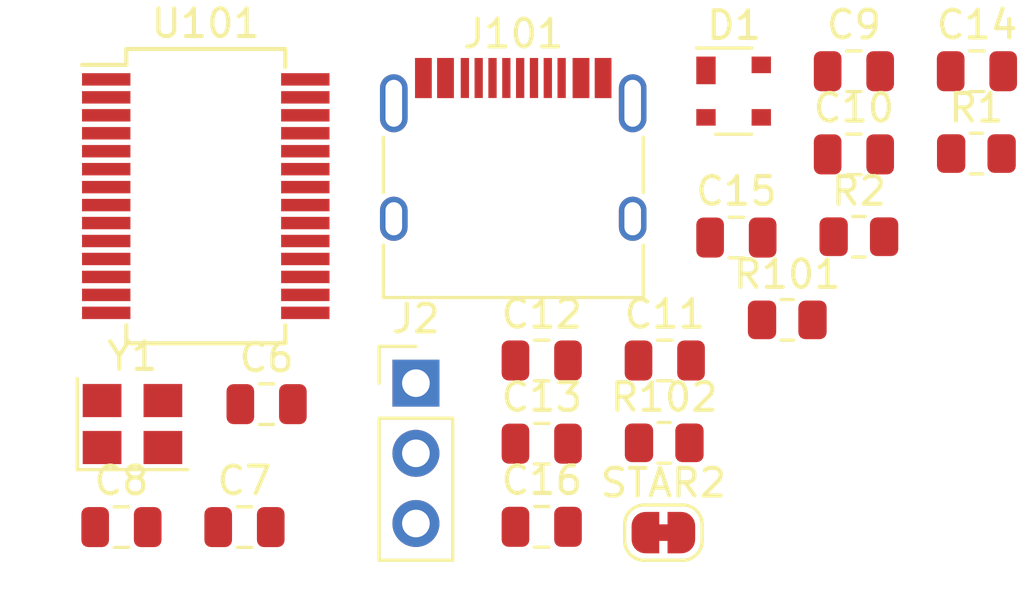
<source format=kicad_pcb>
(kicad_pcb (version 20211014) (generator pcbnew)
  (layers (0 "F.Cu" signal) (31 "B.Cu" signal) (34 "B.Paste" user) (35 "F.Paste" user) (36 "B.SilkS" user "B.Silkscreen") (37 "F.SilkS" user "F.Silkscreen") (38 "B.Mask" user) (39 "F.Mask" user) (44 "Edge.Cuts" user))
  (net 0 "")
  (net 1 "Net-(C6-Pad1)")
  (net 2 "AGNDP")
  (net 3 "VCCCI")
  (net 4 "VCOM")
  (net 5 "Net-(C9-Pad1)")
  (net 6 "Net-(C10-Pad1)")
  (net 7 "Net-(C11-Pad1)")
  (net 8 "Net-(C12-Pad1)")
  (net 9 "VOUTL")
  (net 10 "/R-USB-In")
  (net 11 "VOUTR")
  (net 12 "/L-USB-In")
  (net 13 "Net-(C15-Pad1)")
  (net 14 "Net-(C16-Pad1)")
  (net 15 "USB D-")
  (net 16 "USB D+")
  (net 17 "VBUS")
  (net 18 "AGNDC")
  (net 19 "Net-(J101-PadA5)")
  (net 21 "Net-(J101-PadB5)")
  (footprint "Capacitor_SMD:C_0805_2012Metric" (layer "F.Cu") (at 56.04 30.35)
    (fp_text reference "C9" (at 0 -1.68) (layer "F.SilkS"))
    (fp_text value "1µF")
    (fp_line (start -0.261252 -0.735) (end 0.261252 -0.735) (layer "F.SilkS") (width 0.12))
    (fp_line (start -0.261252 0.735) (end 0.261252 0.735) (layer "F.SilkS") (width 0.12))
    (pad "1" smd roundrect (at -0.95 0) (size 1 1.45) (layers "F.Cu" "F.Paste" "F.Mask") (net 5 "Net-(C9-Pad1)"))
    (pad "2" smd roundrect (at 0.95 0) (size 1 1.45) (layers "F.Cu" "F.Paste" "F.Mask") (net 2 "AGNDP"))
  )
  (footprint "Capacitor_SMD:C_0805_2012Metric" (layer "F.Cu") (at 34 46.85)
    (fp_text reference "C7" (at 0 -1.68) (layer "F.SilkS"))
    (fp_text value "10µF")
    (fp_line (start -0.261252 -0.735) (end 0.261252 -0.735) (layer "F.SilkS") (width 0.12))
    (fp_line (start -0.261252 0.735) (end 0.261252 0.735) (layer "F.SilkS") (width 0.12))
    (pad "1" smd roundrect (at -0.95 0) (size 1 1.45) (layers "F.Cu" "F.Paste" "F.Mask") (net 3 "VCCCI"))
    (pad "2" smd roundrect (at 0.95 0) (size 1 1.45) (layers "F.Cu" "F.Paste" "F.Mask") (net 2 "AGNDP"))
  )
  (footprint "Capacitor_SMD:C_0805_2012Metric" (layer "F.Cu") (at 44.75 40.82)
    (fp_text reference "C12" (at 0 -1.68) (layer "F.SilkS"))
    (fp_text value "1µF")
    (fp_line (start -0.261252 -0.735) (end 0.261252 -0.735) (layer "F.SilkS") (width 0.12))
    (fp_line (start -0.261252 0.735) (end 0.261252 0.735) (layer "F.SilkS") (width 0.12))
    (pad "1" smd roundrect (at -0.95 0) (size 1 1.45) (layers "F.Cu" "F.Paste" "F.Mask") (net 8 "Net-(C12-Pad1)"))
    (pad "2" smd roundrect (at 0.95 0) (size 1 1.45) (layers "F.Cu" "F.Paste" "F.Mask") (net 2 "AGNDP"))
  )
  (footprint "Jumper:SolderJumper-2_P1.3mm_Bridged_RoundedPad1.0x1.5mm" (layer "F.Cu") (at 49.15 47.05)
    (fp_text reference "STAR2" (at 0 -1.8) (layer "F.SilkS"))
    (fp_text value "SolderJumper_2_Bridged")
    (fp_poly (pts (xy 0.25 -0.3) (xy -0.25 -0.3) (xy -0.25 0.3) (xy 0.25 0.3)) (layer "F.Cu") (width 0) (fill solid))
    (fp_line (start -0.7 -1) (end 0.7 -1) (layer "F.SilkS") (width 0.12))
    (fp_line (start 1.4 -0.3) (end 1.4 0.3) (layer "F.SilkS") (width 0.12))
    (fp_line (start -1.4 0.3) (end -1.4 -0.3) (layer "F.SilkS") (width 0.12))
    (fp_line (start 0.7 1) (end -0.7 1) (layer "F.SilkS") (width 0.12))
    (fp_arc (start -1.4 -0.3) (mid -1.194975 -0.794975) (end -0.7 -1) (layer "F.SilkS") (width 0.12))
    (fp_arc (start 1.4 0.3) (mid 1.194975 0.794975) (end 0.7 1) (layer "F.SilkS") (width 0.12))
    (fp_arc (start -0.7 1) (mid -1.194975 0.794975) (end -1.4 0.3) (layer "F.SilkS") (width 0.12))
    (fp_arc (start 0.7 -1) (mid 1.194975 -0.794975) (end 1.4 -0.3) (layer "F.SilkS") (width 0.12))
    (pad "1" smd custom (at -0.65 0) (size 1 0.5) (layers "F.Cu" "F.Mask") (net 2 "AGNDP") (options (clearance outline) (anchor rect)) (primitives (gr_circle (center 0 0.25) (end 0.5 0.25) (width 0) (fill yes)) (gr_circle (center 0 -0.25) (end 0.5 -0.25) (width 0) (fill yes)) (gr_poly (pts (xy 0.5 0.75) (xy 0 0.75) (xy 0 -0.75) (xy 0.5 -0.75)) (width 0) (fill yes))))
    (pad "2" smd custom (at 0.65 0) (size 1 0.5) (layers "F.Cu" "F.Mask") (net 18 "AGNDC") (options (clearance outline) (anchor rect)) (primitives (gr_circle (center 0 0.25) (end 0.5 0.25) (width 0) (fill yes)) (gr_circle (center 0 -0.25) (end 0.5 -0.25) (width 0) (fill yes)) (gr_poly (pts (xy 0 0.75) (xy -0.5 0.75) (xy -0.5 -0.75) (xy 0 -0.75)) (width 0) (fill yes))))
  )
  (footprint "Capacitor_SMD:C_0805_2012Metric" (layer "F.Cu") (at 44.75 43.83)
    (fp_text reference "C13" (at 0 -1.68) (layer "F.SilkS"))
    (fp_text value "1µF")
    (fp_line (start -0.261252 0.735) (end 0.261252 0.735) (layer "F.SilkS") (width 0.12))
    (fp_line (start -0.261252 -0.735) (end 0.261252 -0.735) (layer "F.SilkS") (width 0.12))
    (pad "1" smd roundrect (at -0.95 0) (size 1 1.45) (layers "F.Cu" "F.Paste" "F.Mask") (net 9 "VOUTL"))
    (pad "2" smd roundrect (at 0.95 0) (size 1 1.45) (layers "F.Cu" "F.Paste" "F.Mask") (net 10 "/R-USB-In"))
  )
  (footprint "Resistor_SMD:R_0805_2012Metric" (layer "F.Cu") (at 53.63 39.35)
    (fp_text reference "R101" (at 0 -1.65) (layer "F.SilkS"))
    (fp_text value "5.1K 0805")
    (fp_line (start -0.227064 -0.735) (end 0.227064 -0.735) (layer "F.SilkS") (width 0.12))
    (fp_line (start -0.227064 0.735) (end 0.227064 0.735) (layer "F.SilkS") (width 0.12))
    (pad "1" smd roundrect (at -0.9125 0) (size 1.025 1.4) (layers "F.Cu" "F.Paste" "F.Mask") (roundrect_rratio 0.243902) (net 19 "Net-(J101-PadA5)"))
    (pad "2" smd roundrect (at 0.9125 0) (size 1.025 1.4) (layers "F.Cu" "F.Paste" "F.Mask") (roundrect_rratio 0.243902) (net 2 "AGNDP"))
  )
  (footprint "Package_SO:SSOP-28_5.3x10.2mm_P0.65mm" (layer "F.Cu") (at 32.6 34.87)
    (fp_text reference "U101" (at 0 -6.25) (layer "F.SilkS"))
    (fp_text value "PCM2900C")
    (fp_line (start -2.875 -5.325) (end -2.875 -4.75) (layer "F.SilkS") (width 0.15))
    (fp_line (start -2.875 -5.325) (end 2.875 -5.325) (layer "F.SilkS") (width 0.15))
    (fp_line (start -2.875 -4.75) (end -4.475 -4.75) (layer "F.SilkS") (width 0.15))
    (fp_line (start -2.875 5.325) (end 2.875 5.325) (layer "F.SilkS") (width 0.15))
    (fp_line (start -2.875 5.325) (end -2.875 4.675) (layer "F.SilkS") (width 0.15))
    (fp_line (start 2.875 5.325) (end 2.875 4.675) (layer "F.SilkS") (width 0.15))
    (fp_line (start 2.875 -5.325) (end 2.875 -4.675) (layer "F.SilkS") (width 0.15))
    (pad "1" smd rect (at -3.6 -4.225) (size 1.75 0.45) (layers "F.Cu" "F.Paste" "F.Mask") (net 16 "USB D+"))
    (pad "2" smd rect (at -3.6 -3.575) (size 1.75 0.45) (layers "F.Cu" "F.Paste" "F.Mask") (net 15 "USB D-"))
    (pad "3" smd rect (at -3.6 -2.925) (size 1.75 0.45) (layers "F.Cu" "F.Paste" "F.Mask") (net 1 "Net-(C6-Pad1)"))
    (pad "4" smd rect (at -3.6 -2.275) (size 1.75 0.45) (layers "F.Cu" "F.Paste" "F.Mask") (net 2 "AGNDP"))
    (pad "5" smd rect (at -3.6 -1.625) (size 1.75 0.45) (layers "F.Cu" "F.Paste" "F.Mask"))
    (pad "6" smd rect (at -3.6 -0.975) (size 1.75 0.45) (layers "F.Cu" "F.Paste" "F.Mask"))
    (pad "7" smd rect (at -3.6 -0.325) (size 1.75 0.45) (layers "F.Cu" "F.Paste" "F.Mask"))
    (pad "8" smd rect (at -3.6 0.325) (size 1.75 0.45) (layers "F.Cu" "F.Paste" "F.Mask") (net 5 "Net-(C9-Pad1)"))
    (pad "9" smd rect (at -3.6 0.975) (size 1.75 0.45) (layers "F.Cu" "F.Paste" "F.Mask") (net 5 "Net-(C9-Pad1)"))
    (pad "10" smd rect (at -3.6 1.625) (size 1.75 0.45) (layers "F.Cu" "F.Paste" "F.Mask") (net 3 "VCCCI"))
    (pad "11" smd rect (at -3.6 2.275) (size 1.75 0.45) (layers "F.Cu" "F.Paste" "F.Mask") (net 18 "AGNDC"))
    (pad "12" smd rect (at -3.6 2.925) (size 1.75 0.45) (layers "F.Cu" "F.Paste" "F.Mask"))
    (pad "13" smd rect (at -3.6 3.575) (size 1.75 0.45) (layers "F.Cu" "F.Paste" "F.Mask"))
    (pad "14" smd rect (at -3.6 4.225) (size 1.75 0.45) (layers "F.Cu" "F.Paste" "F.Mask") (net 4 "VCOM"))
    (pad "15" smd rect (at 3.6 4.225) (size 1.75 0.45) (layers "F.Cu" "F.Paste" "F.Mask") (net 11 "VOUTR"))
    (pad "16" smd rect (at 3.6 3.575) (size 1.75 0.45) (layers "F.Cu" "F.Paste" "F.Mask") (net 9 "VOUTL"))
    (pad "17" smd rect (at 3.6 2.925) (size 1.75 0.45) (layers "F.Cu" "F.Paste" "F.Mask") (net 7 "Net-(C11-Pad1)"))
    (pad "18" smd rect (at 3.6 2.275) (size 1.75 0.45) (layers "F.Cu" "F.Paste" "F.Mask") (net 2 "AGNDP"))
    (pad "19" smd rect (at 3.6 1.625) (size 1.75 0.45) (layers "F.Cu" "F.Paste" "F.Mask") (net 8 "Net-(C12-Pad1)"))
    (pad "20" smd rect (at 3.6 0.975) (size 1.75 0.45) (layers "F.Cu" "F.Paste" "F.Mask") (net 13 "Net-(C15-Pad1)"))
    (pad "21" smd rect (at 3.6 0.325) (size 1.75 0.45) (layers "F.Cu" "F.Paste" "F.Mask") (net 14 "Net-(C16-Pad1)"))
    (pad "22" smd rect (at 3.6 -0.325) (size 1.75 0.45) (layers "F.Cu" "F.Paste" "F.Mask") (net 2 "AGNDP"))
    (pad "23" smd rect (at 3.6 -0.975) (size 1.75 0.45) (layers "F.Cu" "F.Paste" "F.Mask") (net 6 "Net-(C10-Pad1)"))
    (pad "24" smd rect (at 3.6 -1.625) (size 1.75 0.45) (layers "F.Cu" "F.Paste" "F.Mask") (net 2 "AGNDP"))
    (pad "25" smd rect (at 3.6 -2.275) (size 1.75 0.45) (layers "F.Cu" "F.Paste" "F.Mask"))
    (pad "26" smd rect (at 3.6 -2.925) (size 1.75 0.45) (layers "F.Cu" "F.Paste" "F.Mask") (net 2 "AGNDP"))
    (pad "27" smd rect (at 3.6 -3.575) (size 1.75 0.45) (layers "F.Cu" "F.Paste" "F.Mask") (net 5 "Net-(C9-Pad1)"))
    (pad "28" smd rect (at 3.6 -4.225) (size 1.75 0.45) (layers "F.Cu" "F.Paste" "F.Mask"))
  )
  (footprint "Capacitor_SMD:C_0805_2012Metric" (layer "F.Cu") (at 44.75 46.84)
    (fp_text reference "C16" (at 0 -1.68) (layer "F.SilkS"))
    (fp_text value "22pF")
    (fp_line (start -0.261252 -0.735) (end 0.261252 -0.735) (layer "F.SilkS") (width 0.12))
    (fp_line (start -0.261252 0.735) (end 0.261252 0.735) (layer "F.SilkS") (width 0.12))
    (pad "1" smd roundrect (at -0.95 0) (size 1 1.45) (layers "F.Cu" "F.Paste" "F.Mask") (net 14 "Net-(C16-Pad1)"))
    (pad "2" smd roundrect (at 0.95 0) (size 1 1.45) (layers "F.Cu" "F.Paste" "F.Mask") (net 2 "AGNDP"))
  )
  (footprint "Resistor_SMD:R_0805_2012Metric" (layer "F.Cu") (at 60.47 33.33)
    (fp_text reference "R1" (at 0 -1.65) (layer "F.SilkS"))
    (fp_text value "1M")
    (fp_line (start -0.227064 -0.735) (end 0.227064 -0.735) (layer "F.SilkS") (width 0.12))
    (fp_line (start -0.227064 0.735) (end 0.227064 0.735) (layer "F.SilkS") (width 0.12))
    (pad "1" smd roundrect (at -0.9125 0) (size 1.025 1.4) (layers "F.Cu" "F.Paste" "F.Mask") (roundrect_rratio 0.243902) (net 14 "Net-(C16-Pad1)"))
    (pad "2" smd roundrect (at 0.9125 0) (size 1.025 1.4) (layers "F.Cu" "F.Paste" "F.Mask") (roundrect_rratio 0.243902) (net 13 "Net-(C15-Pad1)"))
  )
  (footprint "Crystal:Crystal_SMD_3225-4Pin_3.2x2.5mm" (layer "F.Cu") (at 29.95 43.12)
    (fp_text reference "Y1" (at 0 -2.45) (layer "F.SilkS"))
    (fp_text value "12MHz 18pF")
    (fp_line (start -2 1.65) (end 2 1.65) (layer "F.SilkS") (width 0.12))
    (fp_line (start -2 -1.65) (end -2 1.65) (layer "F.SilkS") (width 0.12))
    (pad "1" smd rect (at -1.1 0.85) (size 1.4 1.2) (layers "F.Cu" "F.Paste" "F.Mask") (net 13 "Net-(C15-Pad1)"))
    (pad "2" smd rect (at 1.1 0.85) (size 1.4 1.2) (layers "F.Cu" "F.Paste" "F.Mask") (net 2 "AGNDP"))
    (pad "3" smd rect (at 1.1 -0.85) (size 1.4 1.2) (layers "F.Cu" "F.Paste" "F.Mask") (net 14 "Net-(C16-Pad1)"))
    (pad "4" smd rect (at -1.1 -0.85) (size 1.4 1.2) (layers "F.Cu" "F.Paste" "F.Mask") (net 2 "AGNDP"))
  )
  (footprint "Connector_USB:USB_C_Receptacle_HRO_TYPE-C-31-M-12" (layer "F.Cu") (at 43.72 34.64)
    (fp_text reference "J101" (at 0 -5.645) (layer "F.SilkS"))
    (fp_text value "USB_C_Receptacle_USB2.0")
    (fp_line (start 4.7 2) (end 4.7 3.9) (layer "F.SilkS") (width 0.12))
    (fp_line (start 4.7 -1.9) (end 4.7 0.1) (layer "F.SilkS") (width 0.12))
    (fp_line (start -4.7 2) (end -4.7 3.9) (layer "F.SilkS") (width 0.12))
    (fp_line (start -4.7 3.9) (end 4.7 3.9) (layer "F.SilkS") (width 0.12))
    (fp_line (start -4.7 -1.9) (end -4.7 0.1) (layer "F.SilkS") (width 0.12))
    (pad "" np_thru_hole circle (at -2.89 -2.6) (size 0.65 0.65) (drill 0.65) (layers *.Cu *.Mask))
    (pad "" np_thru_hole circle (at 2.89 -2.6) (size 0.65 0.65) (drill 0.65) (layers *.Cu *.Mask))
    (pad "A1" smd rect (at -3.25 -4.045) (size 0.6 1.45) (layers "F.Cu" "F.Paste" "F.Mask") (net 2 "AGNDP"))
    (pad "A4" smd rect (at -2.45 -4.045) (size 0.6 1.45) (layers "F.Cu" "F.Paste" "F.Mask") (net 17 "VBUS"))
    (pad "A5" smd rect (at -1.25 -4.045) (size 0.3 1.45) (layers "F.Cu" "F.Paste" "F.Mask") (net 19 "Net-(J101-PadA5)"))
    (pad "A6" smd rect (at -0.25 -4.045) (size 0.3 1.45) (layers "F.Cu" "F.Paste" "F.Mask") (net 16 "USB D+"))
    (pad "A7" smd rect (at 0.25 -4.045) (size 0.3 1.45) (layers "F.Cu" "F.Paste" "F.Mask") (net 15 "USB D-"))
    (pad "A8" smd rect (at 1.25 -4.045) (size 0.3 1.45) (layers "F.Cu" "F.Paste" "F.Mask"))
    (pad "A9" smd rect (at 2.45 -4.045) (size 0.6 1.45) (layers "F.Cu" "F.Paste" "F.Mask") (net 17 "VBUS"))
    (pad "A12" smd rect (at 3.25 -4.045) (size 0.6 1.45) (layers "F.Cu" "F.Paste" "F.Mask") (net 2 "AGNDP"))
    (pad "B1" smd rect (at 3.25 -4.045) (size 0.6 1.45) (layers "F.Cu" "F.Paste" "F.Mask") (net 2 "AGNDP"))
    (pad "B4" smd rect (at 2.45 -4.045) (size 0.6 1.45) (layers "F.Cu" "F.Paste" "F.Mask") (net 17 "VBUS"))
    (pad "B5" smd rect (at 1.75 -4.045) (size 0.3 1.45) (layers "F.Cu" "F.Paste" "F.Mask") (net 21 "Net-(J101-PadB5)"))
    (pad "B6" smd rect (at 0.75 -4.045) (size 0.3 1.45) (layers "F.Cu" "F.Paste" "F.Mask") (net 16 "USB D+"))
    (pad "B7" smd rect (at -0.75 -4.045) (size 0.3 1.45) (layers "F.Cu" "F.Paste" "F.Mask") (net 15 "USB D-"))
    (pad "B8" smd rect (at -1.75 -4.045) (size 0.3 1.45) (layers "F.Cu" "F.Paste" "F.Mask"))
    (pad "B9" smd rect (at -2.45 -4.045) (size 0.6 1.45) (layers "F.Cu" "F.Paste" "F.Mask") (net 17 "VBUS"))
    (pad "B12" smd rect (at -3.25 -4.045) (size 0.6 1.45) (layers "F.Cu" "F.Paste" "F.Mask") (net 2 "AGNDP"))
    (pad "S1" thru_hole oval (at 4.32 1.05) (size 1 1.6) (drill oval 0.6 1.2) (layers *.Cu *.Mask) (net 2 "AGNDP"))
    (pad "S1" thru_hole oval (at 4.32 -3.13) (size 1 2.1) (drill oval 0.6 1.7) (layers *.Cu *.Mask) (net 2 "AGNDP"))
    (pad "S1" thru_hole oval (at -4.32 -3.13) (size 1 2.1) (drill oval 0.6 1.7) (layers *.Cu *.Mask) (net 2 "AGNDP"))
    (pad "S1" thru_hole oval (at -4.32 1.05) (size 1 1.6) (drill oval 0.6 1.2) (layers *.Cu *.Mask) (net 2 "AGNDP"))
  )
  (footprint "Capacitor_SMD:C_0805_2012Metric" (layer "F.Cu") (at 56.04 33.36)
    (fp_text reference "C10" (at 0 -1.68) (layer "F.SilkS"))
    (fp_text value "1µF")
    (fp_line (start -0.261252 0.735) (end 0.261252 0.735) (layer "F.SilkS") (width 0.12))
    (fp_line (start -0.261252 -0.735) (end 0.261252 -0.735) (layer "F.SilkS") (width 0.12))
    (pad "1" smd roundrect (at -0.95 0) (size 1 1.45) (layers "F.Cu" "F.Paste" "F.Mask") (net 6 "Net-(C10-Pad1)"))
    (pad "2" smd roundrect (at 0.95 0) (size 1 1.45) (layers "F.Cu" "F.Paste" "F.Mask") (net 2 "AGNDP"))
  )
  (footprint "Capacitor_SMD:C_0805_2012Metric" (layer "F.Cu") (at 29.55 46.85)
    (fp_text reference "C8" (at 0 -1.68) (layer "F.SilkS"))
    (fp_text value "10µF")
    (fp_line (start -0.261252 -0.735) (end 0.261252 -0.735) (layer "F.SilkS") (width 0.12))
    (fp_line (start -0.261252 0.735) (end 0.261252 0.735) (layer "F.SilkS") (width 0.12))
    (pad "1" smd roundrect (at -0.95 0) (size 1 1.45) (layers "F.Cu" "F.Paste" "F.Mask") (net 4 "VCOM"))
    (pad "2" smd roundrect (at 0.95 0) (size 1 1.45) (layers "F.Cu" "F.Paste" "F.Mask") (net 2 "AGNDP"))
  )
  (footprint "Capacitor_SMD:C_0805_2012Metric" (layer "F.Cu") (at 49.2 40.82)
    (fp_text reference "C11" (at 0 -1.68) (layer "F.SilkS"))
    (fp_text value "1µF")
    (fp_line (start -0.261252 -0.735) (end 0.261252 -0.735) (layer "F.SilkS") (width 0.12))
    (fp_line (start -0.261252 0.735) (end 0.261252 0.735) (layer "F.SilkS") (width 0.12))
    (pad "1" smd roundrect (at -0.95 0) (size 1 1.45) (layers "F.Cu" "F.Paste" "F.Mask") (net 7 "Net-(C11-Pad1)"))
    (pad "2" smd roundrect (at 0.95 0) (size 1 1.45) (layers "F.Cu" "F.Paste" "F.Mask") (net 2 "AGNDP"))
  )
  (footprint "Resistor_SMD:R_0805_2012Metric" (layer "F.Cu") (at 56.22 36.34)
    (fp_text reference "R2" (at 0 -1.65) (layer "F.SilkS"))
    (fp_text value "2R2")
    (fp_line (start -0.227064 0.735) (end 0.227064 0.735) (layer "F.SilkS") (width 0.12))
    (fp_line (start -0.227064 -0.735) (end 0.227064 -0.735) (layer "F.SilkS") (width 0.12))
    (pad "1" smd roundrect (at -0.9125 0) (size 1.025 1.4) (layers "F.Cu" "F.Paste" "F.Mask") (roundrect_rratio 0.243902) (net 17 "VBUS"))
    (pad "2" smd roundrect (at 0.9125 0) (size 1.025 1.4) (layers "F.Cu" "F.Paste" "F.Mask") (roundrect_rratio 0.243902) (net 1 "Net-(C6-Pad1)"))
  )
  (footprint "Connector_PinHeader_2.54mm:PinHeader_1x03_P2.54mm_Vertical" (layer "F.Cu") (at 40.2 41.64)
    (fp_text reference "J2" (at 0 -2.33) (layer "F.SilkS"))
    (fp_text value "Conn_01x03_Male")
    (fp_line (start -1.33 -1.33) (end 0 -1.33) (layer "F.SilkS") (width 0.12))
    (fp_line (start -1.33 1.27) (end -1.33 6.41) (layer "F.SilkS") (width 0.12))
    (fp_line (start -1.33 6.41) (end 1.33 6.41) (layer "F.SilkS") (width 0.12))
    (fp_line (start 1.33 1.27) (end 1.33 6.41) (layer "F.SilkS") (width 0.12))
    (fp_line (start -1.33 1.27) (end 1.33 1.27) (layer "F.SilkS") (width 0.12))
    (fp_line (start -1.33 0) (end -1.33 -1.33) (layer "F.SilkS") (width 0.12))
    (pad "1" thru_hole rect (at 0 0) (size 1.7 1.7) (drill 1) (layers *.Cu *.Mask) (net 18 "AGNDC"))
    (pad "2" thru_hole oval (at 0 2.54) (size 1.7 1.7) (drill 1) (layers *.Cu *.Mask) (net 12 "/L-USB-In"))
    (pad "3" thru_hole oval (at 0 5.08) (size 1.7 1.7) (drill 1) (layers *.Cu *.Mask) (net 10 "/R-USB-In"))
  )
  (footprint "Capacitor_SMD:C_0805_2012Metric" (layer "F.Cu") (at 51.79 36.37)
    (fp_text reference "C15" (at 0 -1.68) (layer "F.SilkS"))
    (fp_text value "22pF")
    (fp_line (start -0.261252 -0.735) (end 0.261252 -0.735) (layer "F.SilkS") (width 0.12))
    (fp_line (start -0.261252 0.735) (end 0.261252 0.735) (layer "F.SilkS") (width 0.12))
    (pad "1" smd roundrect (at -0.95 0) (size 1 1.45) (layers "F.Cu" "F.Paste" "F.Mask") (net 13 "Net-(C15-Pad1)"))
    (pad "2" smd roundrect (at 0.95 0) (size 1 1.45) (layers "F.Cu" "F.Paste" "F.Mask") (net 2 "AGNDP"))
  )
  (footprint "Package_TO_SOT_SMD:SOT-143" (layer "F.Cu") (at 51.69 31.07)
    (fp_text reference "D1" (at 0.02 -2.38) (layer "F.SilkS"))
    (fp_text value "PRTR5V0U2X")
    (fp_line (start 0.65 -1.56) (end -1.35 -1.56) (layer "F.SilkS") (width 0.12))
    (fp_line (start -0.65 1.56) (end 0.65 1.56) (layer "F.SilkS") (width 0.12))
    (pad "1" smd rect (at -1 -0.75) (size 0.7 1) (layers "F.Cu" "F.Paste" "F.Mask") (net 2 "AGNDP"))
    (pad "2" smd rect (at -1 0.95) (size 0.7 0.6) (layers "F.Cu" "F.Paste" "F.Mask") (net 15 "USB D-"))
    (pad "3" smd rect (at 1 0.95) (size 0.7 0.6) (layers "F.Cu" "F.Paste" "F.Mask") (net 16 "USB D+"))
    (pad "4" smd rect (at 1 -0.95) (size 0.7 0.6) (layers "F.Cu" "F.Paste" "F.Mask") (net 17 "VBUS"))
  )
  (footprint "Capacitor_SMD:C_0805_2012Metric" (layer "F.Cu") (at 34.8 42.4)
    (fp_text reference "C6" (at 0 -1.68) (layer "F.SilkS"))
    (fp_text value "10µF")
    (fp_line (start -0.261252 -0.735) (end 0.261252 -0.735) (layer "F.SilkS") (width 0.12))
    (fp_line (start -0.261252 0.735) (end 0.261252 0.735) (layer "F.SilkS") (width 0.12))
    (pad "1" smd roundrect (at -0.95 0) (size 1 1.45) (layers "F.Cu" "F.Paste" "F.Mask") (net 1 "Net-(C6-Pad1)"))
    (pad "2" smd roundrect (at 0.95 0) (size 1 1.45) (layers "F.Cu" "F.Paste" "F.Mask") (net 2 "AGNDP"))
  )
  (footprint "Capacitor_SMD:C_0805_2012Metric" (layer "F.Cu") (at 60.49 30.35)
    (fp_text reference "C14" (at 0 -1.68) (layer "F.SilkS"))
    (fp_text value "1µF")
    (fp_line (start -0.261252 0.735) (end 0.261252 0.735) (layer "F.SilkS") (width 0.12))
    (fp_line (start -0.261252 -0.735) (end 0.261252 -0.735) (layer "F.SilkS") (width 0.12))
    (pad "1" smd roundrect (at -0.95 0) (size 1 1.45) (layers "F.Cu" "F.Paste" "F.Mask") (net 11 "VOUTR"))
    (pad "2" smd roundrect (at 0.95 0) (size 1 1.45) (layers "F.Cu" "F.Paste" "F.Mask") (net 12 "/L-USB-In"))
  )
  (footprint "Resistor_SMD:R_0805_2012Metric" (layer "F.Cu") (at 49.18 43.8)
    (fp_text reference "R102" (at 0 -1.65) (layer "F.SilkS"))
    (fp_text value "5.1K 0805")
    (fp_line (start -0.227064 -0.735) (end 0.227064 -0.735) (layer "F.SilkS") (width 0.12))
    (fp_line (start -0.227064 0.735) (end 0.227064 0.735) (layer "F.SilkS") (width 0.12))
    (pad "1" smd roundrect (at -0.9125 0) (size 1.025 1.4) (layers "F.Cu" "F.Paste" "F.Mask") (roundrect_rratio 0.243902) (net 21 "Net-(J101-PadB5)"))
    (pad "2" smd roundrect (at 0.9125 0) (size 1.025 1.4) (layers "F.Cu" "F.Paste" "F.Mask") (roundrect_rratio 0.243902) (net 2 "AGNDP"))
  )
)
</source>
